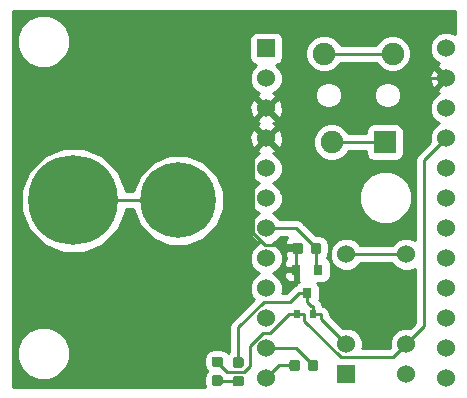
<source format=gbr>
G04 #@! TF.GenerationSoftware,KiCad,Pcbnew,5.0.1-33cea8e~66~ubuntu18.04.1*
G04 #@! TF.CreationDate,2018-10-18T18:40:30+09:00*
G04 #@! TF.ProjectId,touch_relay_jack,746F7563685F72656C61795F6A61636B,rev?*
G04 #@! TF.SameCoordinates,Original*
G04 #@! TF.FileFunction,Copper,L1,Top,Signal*
G04 #@! TF.FilePolarity,Positive*
%FSLAX46Y46*%
G04 Gerber Fmt 4.6, Leading zero omitted, Abs format (unit mm)*
G04 Created by KiCad (PCBNEW 5.0.1-33cea8e~66~ubuntu18.04.1) date 2018年10月18日 18時40分30秒*
%MOMM*%
%LPD*%
G01*
G04 APERTURE LIST*
G04 #@! TA.AperFunction,ComponentPad*
%ADD10R,1.524000X1.524000*%
G04 #@! TD*
G04 #@! TA.AperFunction,ComponentPad*
%ADD11C,1.524000*%
G04 #@! TD*
G04 #@! TA.AperFunction,SMDPad,CuDef*
%ADD12R,0.600000X0.700000*%
G04 #@! TD*
G04 #@! TA.AperFunction,Conductor*
%ADD13C,0.100000*%
G04 #@! TD*
G04 #@! TA.AperFunction,SMDPad,CuDef*
%ADD14C,0.875000*%
G04 #@! TD*
G04 #@! TA.AperFunction,ComponentPad*
%ADD15C,7.600000*%
G04 #@! TD*
G04 #@! TA.AperFunction,ComponentPad*
%ADD16C,1.900000*%
G04 #@! TD*
G04 #@! TA.AperFunction,ComponentPad*
%ADD17R,1.900000X1.900000*%
G04 #@! TD*
G04 #@! TA.AperFunction,SMDPad,CuDef*
%ADD18R,0.800000X0.900000*%
G04 #@! TD*
G04 #@! TA.AperFunction,ComponentPad*
%ADD19C,6.400000*%
G04 #@! TD*
G04 #@! TA.AperFunction,Conductor*
%ADD20C,0.250000*%
G04 #@! TD*
G04 #@! TA.AperFunction,Conductor*
%ADD21C,0.254000*%
G04 #@! TD*
G04 APERTURE END LIST*
D10*
G04 #@! TO.P,A1,1*
G04 #@! TO.N,Net-(A1-Pad1)*
X105231000Y-88721000D03*
D11*
G04 #@! TO.P,A1,2*
G04 #@! TO.N,Net-(A1-Pad2)*
X105231000Y-91261000D03*
G04 #@! TO.P,A1,3*
G04 #@! TO.N,GND*
X105231000Y-93801000D03*
G04 #@! TO.P,A1,4*
X105231000Y-96341000D03*
G04 #@! TO.P,A1,5*
G04 #@! TO.N,Net-(A1-Pad5)*
X105231000Y-98881000D03*
G04 #@! TO.P,A1,6*
G04 #@! TO.N,Net-(A1-Pad6)*
X105231000Y-101421000D03*
G04 #@! TO.P,A1,7*
G04 #@! TO.N,Relay*
X105231000Y-103961000D03*
G04 #@! TO.P,A1,8*
G04 #@! TO.N,Net-(A1-Pad8)*
X105231000Y-106501000D03*
G04 #@! TO.P,A1,9*
G04 #@! TO.N,Net-(A1-Pad9)*
X105231000Y-109041000D03*
G04 #@! TO.P,A1,10*
G04 #@! TO.N,Net-(A1-Pad10)*
X105231000Y-111581000D03*
G04 #@! TO.P,A1,11*
G04 #@! TO.N,Net-(A1-Pad11)*
X105231000Y-114121000D03*
G04 #@! TO.P,A1,12*
G04 #@! TO.N,Net-(A1-Pad12)*
X105231000Y-116661000D03*
G04 #@! TO.P,A1,13*
G04 #@! TO.N,Net-(A1-Pad13)*
X120471000Y-116661000D03*
G04 #@! TO.P,A1,14*
G04 #@! TO.N,Net-(A1-Pad14)*
X120471000Y-114121000D03*
G04 #@! TO.P,A1,15*
G04 #@! TO.N,Net-(A1-Pad15)*
X120471000Y-111581000D03*
G04 #@! TO.P,A1,16*
G04 #@! TO.N,Net-(A1-Pad16)*
X120471000Y-109041000D03*
G04 #@! TO.P,A1,17*
G04 #@! TO.N,Net-(A1-Pad17)*
X120471000Y-106501000D03*
G04 #@! TO.P,A1,18*
G04 #@! TO.N,Net-(A1-Pad18)*
X120471000Y-103961000D03*
G04 #@! TO.P,A1,19*
G04 #@! TO.N,Net-(A1-Pad19)*
X120471000Y-101421000D03*
G04 #@! TO.P,A1,20*
G04 #@! TO.N,Net-(A1-Pad20)*
X120471000Y-98881000D03*
G04 #@! TO.P,A1,21*
G04 #@! TO.N,+5V*
X120471000Y-96341000D03*
G04 #@! TO.P,A1,22*
G04 #@! TO.N,Net-(A1-Pad22)*
X120471000Y-93801000D03*
G04 #@! TO.P,A1,23*
G04 #@! TO.N,GND*
X120471000Y-91261000D03*
G04 #@! TO.P,A1,24*
G04 #@! TO.N,Net-(A1-Pad24)*
X120471000Y-88721000D03*
G04 #@! TD*
D12*
G04 #@! TO.P,D1,2*
G04 #@! TO.N,Net-(D1-Pad2)*
X109220000Y-111252000D03*
G04 #@! TO.P,D1,1*
G04 #@! TO.N,+5V*
X107820000Y-111252000D03*
G04 #@! TD*
D13*
G04 #@! TO.N,Net-(D2-Pad1)*
G04 #@! TO.C,D2*
G36*
X101369691Y-116403053D02*
X101390926Y-116406203D01*
X101411750Y-116411419D01*
X101431962Y-116418651D01*
X101451368Y-116427830D01*
X101469781Y-116438866D01*
X101487024Y-116451654D01*
X101502930Y-116466070D01*
X101517346Y-116481976D01*
X101530134Y-116499219D01*
X101541170Y-116517632D01*
X101550349Y-116537038D01*
X101557581Y-116557250D01*
X101562797Y-116578074D01*
X101565947Y-116599309D01*
X101567000Y-116620750D01*
X101567000Y-117058250D01*
X101565947Y-117079691D01*
X101562797Y-117100926D01*
X101557581Y-117121750D01*
X101550349Y-117141962D01*
X101541170Y-117161368D01*
X101530134Y-117179781D01*
X101517346Y-117197024D01*
X101502930Y-117212930D01*
X101487024Y-117227346D01*
X101469781Y-117240134D01*
X101451368Y-117251170D01*
X101431962Y-117260349D01*
X101411750Y-117267581D01*
X101390926Y-117272797D01*
X101369691Y-117275947D01*
X101348250Y-117277000D01*
X100835750Y-117277000D01*
X100814309Y-117275947D01*
X100793074Y-117272797D01*
X100772250Y-117267581D01*
X100752038Y-117260349D01*
X100732632Y-117251170D01*
X100714219Y-117240134D01*
X100696976Y-117227346D01*
X100681070Y-117212930D01*
X100666654Y-117197024D01*
X100653866Y-117179781D01*
X100642830Y-117161368D01*
X100633651Y-117141962D01*
X100626419Y-117121750D01*
X100621203Y-117100926D01*
X100618053Y-117079691D01*
X100617000Y-117058250D01*
X100617000Y-116620750D01*
X100618053Y-116599309D01*
X100621203Y-116578074D01*
X100626419Y-116557250D01*
X100633651Y-116537038D01*
X100642830Y-116517632D01*
X100653866Y-116499219D01*
X100666654Y-116481976D01*
X100681070Y-116466070D01*
X100696976Y-116451654D01*
X100714219Y-116438866D01*
X100732632Y-116427830D01*
X100752038Y-116418651D01*
X100772250Y-116411419D01*
X100793074Y-116406203D01*
X100814309Y-116403053D01*
X100835750Y-116402000D01*
X101348250Y-116402000D01*
X101369691Y-116403053D01*
X101369691Y-116403053D01*
G37*
D14*
G04 #@! TD*
G04 #@! TO.P,D2,1*
G04 #@! TO.N,Net-(D2-Pad1)*
X101092000Y-116839500D03*
D13*
G04 #@! TO.N,+5V*
G04 #@! TO.C,D2*
G36*
X101369691Y-114828053D02*
X101390926Y-114831203D01*
X101411750Y-114836419D01*
X101431962Y-114843651D01*
X101451368Y-114852830D01*
X101469781Y-114863866D01*
X101487024Y-114876654D01*
X101502930Y-114891070D01*
X101517346Y-114906976D01*
X101530134Y-114924219D01*
X101541170Y-114942632D01*
X101550349Y-114962038D01*
X101557581Y-114982250D01*
X101562797Y-115003074D01*
X101565947Y-115024309D01*
X101567000Y-115045750D01*
X101567000Y-115483250D01*
X101565947Y-115504691D01*
X101562797Y-115525926D01*
X101557581Y-115546750D01*
X101550349Y-115566962D01*
X101541170Y-115586368D01*
X101530134Y-115604781D01*
X101517346Y-115622024D01*
X101502930Y-115637930D01*
X101487024Y-115652346D01*
X101469781Y-115665134D01*
X101451368Y-115676170D01*
X101431962Y-115685349D01*
X101411750Y-115692581D01*
X101390926Y-115697797D01*
X101369691Y-115700947D01*
X101348250Y-115702000D01*
X100835750Y-115702000D01*
X100814309Y-115700947D01*
X100793074Y-115697797D01*
X100772250Y-115692581D01*
X100752038Y-115685349D01*
X100732632Y-115676170D01*
X100714219Y-115665134D01*
X100696976Y-115652346D01*
X100681070Y-115637930D01*
X100666654Y-115622024D01*
X100653866Y-115604781D01*
X100642830Y-115586368D01*
X100633651Y-115566962D01*
X100626419Y-115546750D01*
X100621203Y-115525926D01*
X100618053Y-115504691D01*
X100617000Y-115483250D01*
X100617000Y-115045750D01*
X100618053Y-115024309D01*
X100621203Y-115003074D01*
X100626419Y-114982250D01*
X100633651Y-114962038D01*
X100642830Y-114942632D01*
X100653866Y-114924219D01*
X100666654Y-114906976D01*
X100681070Y-114891070D01*
X100696976Y-114876654D01*
X100714219Y-114863866D01*
X100732632Y-114852830D01*
X100752038Y-114843651D01*
X100772250Y-114836419D01*
X100793074Y-114831203D01*
X100814309Y-114828053D01*
X100835750Y-114827000D01*
X101348250Y-114827000D01*
X101369691Y-114828053D01*
X101369691Y-114828053D01*
G37*
D14*
G04 #@! TD*
G04 #@! TO.P,D2,2*
G04 #@! TO.N,+5V*
X101092000Y-115264500D03*
D15*
G04 #@! TO.P,H1,1*
G04 #@! TO.N,Net-(A1-Pad11)*
X88900000Y-101600000D03*
G04 #@! TD*
D16*
G04 #@! TO.P,J1,T*
G04 #@! TO.N,Net-(J1-PadT)*
X115930000Y-89170000D03*
X110130000Y-89170000D03*
D17*
G04 #@! TO.P,J1,R*
G04 #@! TO.N,Net-(J1-PadR)*
X115280000Y-96670000D03*
D16*
G04 #@! TO.P,J1,S*
X110780000Y-96670000D03*
G04 #@! TD*
D10*
G04 #@! TO.P,K1,1*
G04 #@! TO.N,Net-(J1-PadT)*
X112014000Y-116332000D03*
D11*
G04 #@! TO.P,K1,2*
G04 #@! TO.N,Net-(K1-Pad2)*
X117094000Y-116332000D03*
G04 #@! TO.P,K1,3*
G04 #@! TO.N,Net-(D1-Pad2)*
X112014000Y-113792000D03*
G04 #@! TO.P,K1,4*
G04 #@! TO.N,+5V*
X117094000Y-113792000D03*
G04 #@! TO.P,K1,5*
G04 #@! TO.N,Net-(J1-PadR)*
X112014000Y-106172000D03*
G04 #@! TO.P,K1,6*
X117094000Y-106172000D03*
G04 #@! TD*
D18*
G04 #@! TO.P,Q1,1*
G04 #@! TO.N,Relay*
X109662000Y-107458000D03*
G04 #@! TO.P,Q1,2*
G04 #@! TO.N,GND*
X107762000Y-107458000D03*
G04 #@! TO.P,Q1,3*
G04 #@! TO.N,Net-(D1-Pad2)*
X108712000Y-109458000D03*
G04 #@! TD*
D13*
G04 #@! TO.N,Net-(D1-Pad2)*
G04 #@! TO.C,R1*
G36*
X103147691Y-114880053D02*
X103168926Y-114883203D01*
X103189750Y-114888419D01*
X103209962Y-114895651D01*
X103229368Y-114904830D01*
X103247781Y-114915866D01*
X103265024Y-114928654D01*
X103280930Y-114943070D01*
X103295346Y-114958976D01*
X103308134Y-114976219D01*
X103319170Y-114994632D01*
X103328349Y-115014038D01*
X103335581Y-115034250D01*
X103340797Y-115055074D01*
X103343947Y-115076309D01*
X103345000Y-115097750D01*
X103345000Y-115535250D01*
X103343947Y-115556691D01*
X103340797Y-115577926D01*
X103335581Y-115598750D01*
X103328349Y-115618962D01*
X103319170Y-115638368D01*
X103308134Y-115656781D01*
X103295346Y-115674024D01*
X103280930Y-115689930D01*
X103265024Y-115704346D01*
X103247781Y-115717134D01*
X103229368Y-115728170D01*
X103209962Y-115737349D01*
X103189750Y-115744581D01*
X103168926Y-115749797D01*
X103147691Y-115752947D01*
X103126250Y-115754000D01*
X102613750Y-115754000D01*
X102592309Y-115752947D01*
X102571074Y-115749797D01*
X102550250Y-115744581D01*
X102530038Y-115737349D01*
X102510632Y-115728170D01*
X102492219Y-115717134D01*
X102474976Y-115704346D01*
X102459070Y-115689930D01*
X102444654Y-115674024D01*
X102431866Y-115656781D01*
X102420830Y-115638368D01*
X102411651Y-115618962D01*
X102404419Y-115598750D01*
X102399203Y-115577926D01*
X102396053Y-115556691D01*
X102395000Y-115535250D01*
X102395000Y-115097750D01*
X102396053Y-115076309D01*
X102399203Y-115055074D01*
X102404419Y-115034250D01*
X102411651Y-115014038D01*
X102420830Y-114994632D01*
X102431866Y-114976219D01*
X102444654Y-114958976D01*
X102459070Y-114943070D01*
X102474976Y-114928654D01*
X102492219Y-114915866D01*
X102510632Y-114904830D01*
X102530038Y-114895651D01*
X102550250Y-114888419D01*
X102571074Y-114883203D01*
X102592309Y-114880053D01*
X102613750Y-114879000D01*
X103126250Y-114879000D01*
X103147691Y-114880053D01*
X103147691Y-114880053D01*
G37*
D14*
G04 #@! TD*
G04 #@! TO.P,R1,1*
G04 #@! TO.N,Net-(D1-Pad2)*
X102870000Y-115316500D03*
D13*
G04 #@! TO.N,Net-(D2-Pad1)*
G04 #@! TO.C,R1*
G36*
X103147691Y-116455053D02*
X103168926Y-116458203D01*
X103189750Y-116463419D01*
X103209962Y-116470651D01*
X103229368Y-116479830D01*
X103247781Y-116490866D01*
X103265024Y-116503654D01*
X103280930Y-116518070D01*
X103295346Y-116533976D01*
X103308134Y-116551219D01*
X103319170Y-116569632D01*
X103328349Y-116589038D01*
X103335581Y-116609250D01*
X103340797Y-116630074D01*
X103343947Y-116651309D01*
X103345000Y-116672750D01*
X103345000Y-117110250D01*
X103343947Y-117131691D01*
X103340797Y-117152926D01*
X103335581Y-117173750D01*
X103328349Y-117193962D01*
X103319170Y-117213368D01*
X103308134Y-117231781D01*
X103295346Y-117249024D01*
X103280930Y-117264930D01*
X103265024Y-117279346D01*
X103247781Y-117292134D01*
X103229368Y-117303170D01*
X103209962Y-117312349D01*
X103189750Y-117319581D01*
X103168926Y-117324797D01*
X103147691Y-117327947D01*
X103126250Y-117329000D01*
X102613750Y-117329000D01*
X102592309Y-117327947D01*
X102571074Y-117324797D01*
X102550250Y-117319581D01*
X102530038Y-117312349D01*
X102510632Y-117303170D01*
X102492219Y-117292134D01*
X102474976Y-117279346D01*
X102459070Y-117264930D01*
X102444654Y-117249024D01*
X102431866Y-117231781D01*
X102420830Y-117213368D01*
X102411651Y-117193962D01*
X102404419Y-117173750D01*
X102399203Y-117152926D01*
X102396053Y-117131691D01*
X102395000Y-117110250D01*
X102395000Y-116672750D01*
X102396053Y-116651309D01*
X102399203Y-116630074D01*
X102404419Y-116609250D01*
X102411651Y-116589038D01*
X102420830Y-116569632D01*
X102431866Y-116551219D01*
X102444654Y-116533976D01*
X102459070Y-116518070D01*
X102474976Y-116503654D01*
X102492219Y-116490866D01*
X102510632Y-116479830D01*
X102530038Y-116470651D01*
X102550250Y-116463419D01*
X102571074Y-116458203D01*
X102592309Y-116455053D01*
X102613750Y-116454000D01*
X103126250Y-116454000D01*
X103147691Y-116455053D01*
X103147691Y-116455053D01*
G37*
D14*
G04 #@! TD*
G04 #@! TO.P,R1,2*
G04 #@! TO.N,Net-(D2-Pad1)*
X102870000Y-116891500D03*
D13*
G04 #@! TO.N,Relay*
G04 #@! TO.C,R2*
G36*
X109713691Y-105190053D02*
X109734926Y-105193203D01*
X109755750Y-105198419D01*
X109775962Y-105205651D01*
X109795368Y-105214830D01*
X109813781Y-105225866D01*
X109831024Y-105238654D01*
X109846930Y-105253070D01*
X109861346Y-105268976D01*
X109874134Y-105286219D01*
X109885170Y-105304632D01*
X109894349Y-105324038D01*
X109901581Y-105344250D01*
X109906797Y-105365074D01*
X109909947Y-105386309D01*
X109911000Y-105407750D01*
X109911000Y-105920250D01*
X109909947Y-105941691D01*
X109906797Y-105962926D01*
X109901581Y-105983750D01*
X109894349Y-106003962D01*
X109885170Y-106023368D01*
X109874134Y-106041781D01*
X109861346Y-106059024D01*
X109846930Y-106074930D01*
X109831024Y-106089346D01*
X109813781Y-106102134D01*
X109795368Y-106113170D01*
X109775962Y-106122349D01*
X109755750Y-106129581D01*
X109734926Y-106134797D01*
X109713691Y-106137947D01*
X109692250Y-106139000D01*
X109254750Y-106139000D01*
X109233309Y-106137947D01*
X109212074Y-106134797D01*
X109191250Y-106129581D01*
X109171038Y-106122349D01*
X109151632Y-106113170D01*
X109133219Y-106102134D01*
X109115976Y-106089346D01*
X109100070Y-106074930D01*
X109085654Y-106059024D01*
X109072866Y-106041781D01*
X109061830Y-106023368D01*
X109052651Y-106003962D01*
X109045419Y-105983750D01*
X109040203Y-105962926D01*
X109037053Y-105941691D01*
X109036000Y-105920250D01*
X109036000Y-105407750D01*
X109037053Y-105386309D01*
X109040203Y-105365074D01*
X109045419Y-105344250D01*
X109052651Y-105324038D01*
X109061830Y-105304632D01*
X109072866Y-105286219D01*
X109085654Y-105268976D01*
X109100070Y-105253070D01*
X109115976Y-105238654D01*
X109133219Y-105225866D01*
X109151632Y-105214830D01*
X109171038Y-105205651D01*
X109191250Y-105198419D01*
X109212074Y-105193203D01*
X109233309Y-105190053D01*
X109254750Y-105189000D01*
X109692250Y-105189000D01*
X109713691Y-105190053D01*
X109713691Y-105190053D01*
G37*
D14*
G04 #@! TD*
G04 #@! TO.P,R2,2*
G04 #@! TO.N,Relay*
X109473500Y-105664000D03*
D13*
G04 #@! TO.N,GND*
G04 #@! TO.C,R2*
G36*
X108138691Y-105190053D02*
X108159926Y-105193203D01*
X108180750Y-105198419D01*
X108200962Y-105205651D01*
X108220368Y-105214830D01*
X108238781Y-105225866D01*
X108256024Y-105238654D01*
X108271930Y-105253070D01*
X108286346Y-105268976D01*
X108299134Y-105286219D01*
X108310170Y-105304632D01*
X108319349Y-105324038D01*
X108326581Y-105344250D01*
X108331797Y-105365074D01*
X108334947Y-105386309D01*
X108336000Y-105407750D01*
X108336000Y-105920250D01*
X108334947Y-105941691D01*
X108331797Y-105962926D01*
X108326581Y-105983750D01*
X108319349Y-106003962D01*
X108310170Y-106023368D01*
X108299134Y-106041781D01*
X108286346Y-106059024D01*
X108271930Y-106074930D01*
X108256024Y-106089346D01*
X108238781Y-106102134D01*
X108220368Y-106113170D01*
X108200962Y-106122349D01*
X108180750Y-106129581D01*
X108159926Y-106134797D01*
X108138691Y-106137947D01*
X108117250Y-106139000D01*
X107679750Y-106139000D01*
X107658309Y-106137947D01*
X107637074Y-106134797D01*
X107616250Y-106129581D01*
X107596038Y-106122349D01*
X107576632Y-106113170D01*
X107558219Y-106102134D01*
X107540976Y-106089346D01*
X107525070Y-106074930D01*
X107510654Y-106059024D01*
X107497866Y-106041781D01*
X107486830Y-106023368D01*
X107477651Y-106003962D01*
X107470419Y-105983750D01*
X107465203Y-105962926D01*
X107462053Y-105941691D01*
X107461000Y-105920250D01*
X107461000Y-105407750D01*
X107462053Y-105386309D01*
X107465203Y-105365074D01*
X107470419Y-105344250D01*
X107477651Y-105324038D01*
X107486830Y-105304632D01*
X107497866Y-105286219D01*
X107510654Y-105268976D01*
X107525070Y-105253070D01*
X107540976Y-105238654D01*
X107558219Y-105225866D01*
X107576632Y-105214830D01*
X107596038Y-105205651D01*
X107616250Y-105198419D01*
X107637074Y-105193203D01*
X107658309Y-105190053D01*
X107679750Y-105189000D01*
X108117250Y-105189000D01*
X108138691Y-105190053D01*
X108138691Y-105190053D01*
G37*
D14*
G04 #@! TD*
G04 #@! TO.P,R2,1*
G04 #@! TO.N,GND*
X107898500Y-105664000D03*
D13*
G04 #@! TO.N,Net-(A1-Pad11)*
G04 #@! TO.C,R3*
G36*
X109459691Y-115096053D02*
X109480926Y-115099203D01*
X109501750Y-115104419D01*
X109521962Y-115111651D01*
X109541368Y-115120830D01*
X109559781Y-115131866D01*
X109577024Y-115144654D01*
X109592930Y-115159070D01*
X109607346Y-115174976D01*
X109620134Y-115192219D01*
X109631170Y-115210632D01*
X109640349Y-115230038D01*
X109647581Y-115250250D01*
X109652797Y-115271074D01*
X109655947Y-115292309D01*
X109657000Y-115313750D01*
X109657000Y-115826250D01*
X109655947Y-115847691D01*
X109652797Y-115868926D01*
X109647581Y-115889750D01*
X109640349Y-115909962D01*
X109631170Y-115929368D01*
X109620134Y-115947781D01*
X109607346Y-115965024D01*
X109592930Y-115980930D01*
X109577024Y-115995346D01*
X109559781Y-116008134D01*
X109541368Y-116019170D01*
X109521962Y-116028349D01*
X109501750Y-116035581D01*
X109480926Y-116040797D01*
X109459691Y-116043947D01*
X109438250Y-116045000D01*
X109000750Y-116045000D01*
X108979309Y-116043947D01*
X108958074Y-116040797D01*
X108937250Y-116035581D01*
X108917038Y-116028349D01*
X108897632Y-116019170D01*
X108879219Y-116008134D01*
X108861976Y-115995346D01*
X108846070Y-115980930D01*
X108831654Y-115965024D01*
X108818866Y-115947781D01*
X108807830Y-115929368D01*
X108798651Y-115909962D01*
X108791419Y-115889750D01*
X108786203Y-115868926D01*
X108783053Y-115847691D01*
X108782000Y-115826250D01*
X108782000Y-115313750D01*
X108783053Y-115292309D01*
X108786203Y-115271074D01*
X108791419Y-115250250D01*
X108798651Y-115230038D01*
X108807830Y-115210632D01*
X108818866Y-115192219D01*
X108831654Y-115174976D01*
X108846070Y-115159070D01*
X108861976Y-115144654D01*
X108879219Y-115131866D01*
X108897632Y-115120830D01*
X108917038Y-115111651D01*
X108937250Y-115104419D01*
X108958074Y-115099203D01*
X108979309Y-115096053D01*
X109000750Y-115095000D01*
X109438250Y-115095000D01*
X109459691Y-115096053D01*
X109459691Y-115096053D01*
G37*
D14*
G04 #@! TD*
G04 #@! TO.P,R3,1*
G04 #@! TO.N,Net-(A1-Pad11)*
X109219500Y-115570000D03*
D13*
G04 #@! TO.N,Net-(A1-Pad12)*
G04 #@! TO.C,R3*
G36*
X107884691Y-115096053D02*
X107905926Y-115099203D01*
X107926750Y-115104419D01*
X107946962Y-115111651D01*
X107966368Y-115120830D01*
X107984781Y-115131866D01*
X108002024Y-115144654D01*
X108017930Y-115159070D01*
X108032346Y-115174976D01*
X108045134Y-115192219D01*
X108056170Y-115210632D01*
X108065349Y-115230038D01*
X108072581Y-115250250D01*
X108077797Y-115271074D01*
X108080947Y-115292309D01*
X108082000Y-115313750D01*
X108082000Y-115826250D01*
X108080947Y-115847691D01*
X108077797Y-115868926D01*
X108072581Y-115889750D01*
X108065349Y-115909962D01*
X108056170Y-115929368D01*
X108045134Y-115947781D01*
X108032346Y-115965024D01*
X108017930Y-115980930D01*
X108002024Y-115995346D01*
X107984781Y-116008134D01*
X107966368Y-116019170D01*
X107946962Y-116028349D01*
X107926750Y-116035581D01*
X107905926Y-116040797D01*
X107884691Y-116043947D01*
X107863250Y-116045000D01*
X107425750Y-116045000D01*
X107404309Y-116043947D01*
X107383074Y-116040797D01*
X107362250Y-116035581D01*
X107342038Y-116028349D01*
X107322632Y-116019170D01*
X107304219Y-116008134D01*
X107286976Y-115995346D01*
X107271070Y-115980930D01*
X107256654Y-115965024D01*
X107243866Y-115947781D01*
X107232830Y-115929368D01*
X107223651Y-115909962D01*
X107216419Y-115889750D01*
X107211203Y-115868926D01*
X107208053Y-115847691D01*
X107207000Y-115826250D01*
X107207000Y-115313750D01*
X107208053Y-115292309D01*
X107211203Y-115271074D01*
X107216419Y-115250250D01*
X107223651Y-115230038D01*
X107232830Y-115210632D01*
X107243866Y-115192219D01*
X107256654Y-115174976D01*
X107271070Y-115159070D01*
X107286976Y-115144654D01*
X107304219Y-115131866D01*
X107322632Y-115120830D01*
X107342038Y-115111651D01*
X107362250Y-115104419D01*
X107383074Y-115099203D01*
X107404309Y-115096053D01*
X107425750Y-115095000D01*
X107863250Y-115095000D01*
X107884691Y-115096053D01*
X107884691Y-115096053D01*
G37*
D14*
G04 #@! TD*
G04 #@! TO.P,R3,2*
G04 #@! TO.N,Net-(A1-Pad12)*
X107644500Y-115570000D03*
D19*
G04 #@! TO.P,H2,1*
G04 #@! TO.N,Net-(A1-Pad11)*
X97790000Y-101600000D03*
G04 #@! TD*
D20*
G04 #@! TO.N,GND*
X107762000Y-105800500D02*
X107898500Y-105664000D01*
X107762000Y-107458000D02*
X107762000Y-105800500D01*
X107762000Y-105800500D02*
X107375100Y-105413600D01*
X107375100Y-105413600D02*
X105139600Y-105413600D01*
X105139600Y-105413600D02*
X104118700Y-104392700D01*
X104118700Y-104392700D02*
X104118700Y-97453300D01*
X104118700Y-97453300D02*
X105231000Y-96341000D01*
X120471000Y-91261000D02*
X107771000Y-91261000D01*
X107771000Y-91261000D02*
X105231000Y-93801000D01*
G04 #@! TO.N,Relay*
X109473500Y-105664000D02*
X107770500Y-103961000D01*
X107770500Y-103961000D02*
X105231000Y-103961000D01*
X109473500Y-105664000D02*
X109473500Y-107458000D01*
X109662000Y-107458000D02*
X109473500Y-107458000D01*
G04 #@! TO.N,Net-(A1-Pad11)*
X109219500Y-115570000D02*
X107770500Y-114121000D01*
X107770500Y-114121000D02*
X105231000Y-114121000D01*
X97790000Y-101600000D02*
X88900000Y-101600000D01*
G04 #@! TO.N,Net-(A1-Pad12)*
X107644500Y-115570000D02*
X106322000Y-115570000D01*
X106322000Y-115570000D02*
X105231000Y-116661000D01*
G04 #@! TO.N,+5V*
X107820000Y-111252000D02*
X107194700Y-111252000D01*
X101092000Y-115264500D02*
X101931500Y-116104000D01*
X101931500Y-116104000D02*
X103385100Y-116104000D01*
X103385100Y-116104000D02*
X103860900Y-115628200D01*
X103860900Y-115628200D02*
X103860900Y-113942900D01*
X103860900Y-113942900D02*
X104952800Y-112851000D01*
X104952800Y-112851000D02*
X105595700Y-112851000D01*
X105595700Y-112851000D02*
X107194700Y-111252000D01*
X107820000Y-111252000D02*
X108445300Y-111252000D01*
X117094000Y-113792000D02*
X115998600Y-114887400D01*
X115998600Y-114887400D02*
X111533600Y-114887400D01*
X111533600Y-114887400D02*
X108445300Y-111799100D01*
X108445300Y-111799100D02*
X108445300Y-111252000D01*
X120471000Y-96341000D02*
X118618100Y-98193900D01*
X118618100Y-98193900D02*
X118618100Y-112267900D01*
X118618100Y-112267900D02*
X117094000Y-113792000D01*
G04 #@! TO.N,Net-(D1-Pad2)*
X109220000Y-111252000D02*
X109220000Y-110576700D01*
X108712000Y-109458000D02*
X108712000Y-110233300D01*
X108712000Y-110233300D02*
X109055400Y-110576700D01*
X109055400Y-110576700D02*
X109220000Y-110576700D01*
X108691200Y-109458000D02*
X108712000Y-109458000D01*
X108691200Y-109458000D02*
X107986700Y-109458000D01*
X102870000Y-115316500D02*
X102870000Y-112345700D01*
X102870000Y-112345700D02*
X105032400Y-110183300D01*
X105032400Y-110183300D02*
X107261400Y-110183300D01*
X107261400Y-110183300D02*
X107986700Y-109458000D01*
X109220000Y-111252000D02*
X109845300Y-111252000D01*
X112014000Y-113792000D02*
X109845300Y-111623300D01*
X109845300Y-111623300D02*
X109845300Y-111252000D01*
G04 #@! TO.N,Net-(J1-PadT)*
X110130000Y-89170000D02*
X115930000Y-89170000D01*
G04 #@! TO.N,Net-(J1-PadR)*
X117094000Y-106172000D02*
X112014000Y-106172000D01*
X110780000Y-96670000D02*
X115280000Y-96670000D01*
G04 #@! TO.N,Net-(D2-Pad1)*
X102870000Y-116891500D02*
X101144000Y-116891500D01*
X101144000Y-116891500D02*
X101092000Y-116839500D01*
G04 #@! TD*
D21*
G04 #@! TO.N,GND*
G36*
X121210001Y-87515002D02*
X120748881Y-87324000D01*
X120193119Y-87324000D01*
X119679663Y-87536680D01*
X119286680Y-87929663D01*
X119074000Y-88443119D01*
X119074000Y-88998881D01*
X119286680Y-89512337D01*
X119679663Y-89905320D01*
X119870647Y-89984428D01*
X119739857Y-90038603D01*
X119670392Y-90280787D01*
X120471000Y-91081395D01*
X120485143Y-91067253D01*
X120664748Y-91246858D01*
X120650605Y-91261000D01*
X120664748Y-91275143D01*
X120485143Y-91454748D01*
X120471000Y-91440605D01*
X119670392Y-92241213D01*
X119739857Y-92483397D01*
X119880393Y-92533535D01*
X119679663Y-92616680D01*
X119286680Y-93009663D01*
X119074000Y-93523119D01*
X119074000Y-94078881D01*
X119286680Y-94592337D01*
X119679663Y-94985320D01*
X119886513Y-95071000D01*
X119679663Y-95156680D01*
X119286680Y-95549663D01*
X119074000Y-96063119D01*
X119074000Y-96618881D01*
X119086980Y-96650218D01*
X118133630Y-97603569D01*
X118070171Y-97645971D01*
X117902196Y-97897364D01*
X117858100Y-98119049D01*
X117858100Y-98119053D01*
X117843212Y-98193900D01*
X117858100Y-98268747D01*
X117858100Y-104976398D01*
X117371881Y-104775000D01*
X116816119Y-104775000D01*
X116302663Y-104987680D01*
X115909680Y-105380663D01*
X115896700Y-105412000D01*
X113211300Y-105412000D01*
X113198320Y-105380663D01*
X112805337Y-104987680D01*
X112291881Y-104775000D01*
X111736119Y-104775000D01*
X111222663Y-104987680D01*
X110829680Y-105380663D01*
X110617000Y-105894119D01*
X110617000Y-106449881D01*
X110829680Y-106963337D01*
X111222663Y-107356320D01*
X111736119Y-107569000D01*
X112291881Y-107569000D01*
X112805337Y-107356320D01*
X113198320Y-106963337D01*
X113211300Y-106932000D01*
X115896700Y-106932000D01*
X115909680Y-106963337D01*
X116302663Y-107356320D01*
X116816119Y-107569000D01*
X117371881Y-107569000D01*
X117858101Y-107367602D01*
X117858101Y-111953097D01*
X117403218Y-112407980D01*
X117371881Y-112395000D01*
X116816119Y-112395000D01*
X116302663Y-112607680D01*
X115909680Y-113000663D01*
X115697000Y-113514119D01*
X115697000Y-114069881D01*
X115709980Y-114101218D01*
X115683799Y-114127400D01*
X113387175Y-114127400D01*
X113411000Y-114069881D01*
X113411000Y-113514119D01*
X113198320Y-113000663D01*
X112805337Y-112607680D01*
X112291881Y-112395000D01*
X111736119Y-112395000D01*
X111704782Y-112407980D01*
X110608345Y-111311544D01*
X110620189Y-111252000D01*
X110561204Y-110955463D01*
X110393229Y-110704071D01*
X110141837Y-110536096D01*
X110023489Y-110512555D01*
X109977809Y-110444191D01*
X109967109Y-110437042D01*
X109935904Y-110280163D01*
X109767929Y-110028771D01*
X109739232Y-110009596D01*
X109759440Y-109908000D01*
X109759440Y-109008000D01*
X109710157Y-108760235D01*
X109573316Y-108555440D01*
X110062000Y-108555440D01*
X110309765Y-108506157D01*
X110519809Y-108365809D01*
X110660157Y-108155765D01*
X110709440Y-107908000D01*
X110709440Y-107008000D01*
X110660157Y-106760235D01*
X110519809Y-106550191D01*
X110363061Y-106445454D01*
X110492505Y-106251727D01*
X110558440Y-105920250D01*
X110558440Y-105407750D01*
X110492505Y-105076273D01*
X110304739Y-104795261D01*
X110023727Y-104607495D01*
X109692250Y-104541560D01*
X109425862Y-104541560D01*
X108360831Y-103476530D01*
X108318429Y-103413071D01*
X108067037Y-103245096D01*
X107845352Y-103201000D01*
X107845347Y-103201000D01*
X107770500Y-103186112D01*
X107695653Y-103201000D01*
X106428300Y-103201000D01*
X106415320Y-103169663D01*
X106022337Y-102776680D01*
X105815487Y-102691000D01*
X106022337Y-102605320D01*
X106415320Y-102212337D01*
X106628000Y-101698881D01*
X106628000Y-101143119D01*
X106527890Y-100901431D01*
X113081000Y-100901431D01*
X113081000Y-101790569D01*
X113421259Y-102612026D01*
X114049974Y-103240741D01*
X114871431Y-103581000D01*
X115760569Y-103581000D01*
X116582026Y-103240741D01*
X117210741Y-102612026D01*
X117551000Y-101790569D01*
X117551000Y-100901431D01*
X117210741Y-100079974D01*
X116582026Y-99451259D01*
X115760569Y-99111000D01*
X114871431Y-99111000D01*
X114049974Y-99451259D01*
X113421259Y-100079974D01*
X113081000Y-100901431D01*
X106527890Y-100901431D01*
X106415320Y-100629663D01*
X106022337Y-100236680D01*
X105815487Y-100151000D01*
X106022337Y-100065320D01*
X106415320Y-99672337D01*
X106628000Y-99158881D01*
X106628000Y-98603119D01*
X106415320Y-98089663D01*
X106022337Y-97696680D01*
X105831353Y-97617572D01*
X105962143Y-97563397D01*
X106031608Y-97321213D01*
X105231000Y-96520605D01*
X104430392Y-97321213D01*
X104499857Y-97563397D01*
X104640393Y-97613535D01*
X104439663Y-97696680D01*
X104046680Y-98089663D01*
X103834000Y-98603119D01*
X103834000Y-99158881D01*
X104046680Y-99672337D01*
X104439663Y-100065320D01*
X104646513Y-100151000D01*
X104439663Y-100236680D01*
X104046680Y-100629663D01*
X103834000Y-101143119D01*
X103834000Y-101698881D01*
X104046680Y-102212337D01*
X104439663Y-102605320D01*
X104646513Y-102691000D01*
X104439663Y-102776680D01*
X104046680Y-103169663D01*
X103834000Y-103683119D01*
X103834000Y-104238881D01*
X104046680Y-104752337D01*
X104439663Y-105145320D01*
X104646513Y-105231000D01*
X104439663Y-105316680D01*
X104046680Y-105709663D01*
X103834000Y-106223119D01*
X103834000Y-106778881D01*
X104046680Y-107292337D01*
X104439663Y-107685320D01*
X104646513Y-107771000D01*
X104439663Y-107856680D01*
X104046680Y-108249663D01*
X103834000Y-108763119D01*
X103834000Y-109318881D01*
X104046680Y-109832337D01*
X104177620Y-109963277D01*
X102385528Y-111755371D01*
X102322072Y-111797771D01*
X102279672Y-111861227D01*
X102279671Y-111861228D01*
X102154097Y-112049163D01*
X102095112Y-112345700D01*
X102110001Y-112420552D01*
X102110000Y-114412604D01*
X102001261Y-114485261D01*
X101998373Y-114489584D01*
X101960739Y-114433261D01*
X101679727Y-114245495D01*
X101348250Y-114179560D01*
X100835750Y-114179560D01*
X100504273Y-114245495D01*
X100223261Y-114433261D01*
X100035495Y-114714273D01*
X99969560Y-115045750D01*
X99969560Y-115483250D01*
X100035495Y-115814727D01*
X100194036Y-116052000D01*
X100035495Y-116289273D01*
X99969560Y-116620750D01*
X99969560Y-117058250D01*
X100035495Y-117389727D01*
X100042359Y-117400000D01*
X83768000Y-117400000D01*
X83768000Y-114109431D01*
X84125000Y-114109431D01*
X84125000Y-114998569D01*
X84465259Y-115820026D01*
X85093974Y-116448741D01*
X85915431Y-116789000D01*
X86804569Y-116789000D01*
X87626026Y-116448741D01*
X88254741Y-115820026D01*
X88595000Y-114998569D01*
X88595000Y-114109431D01*
X88254741Y-113287974D01*
X87626026Y-112659259D01*
X86804569Y-112319000D01*
X85915431Y-112319000D01*
X85093974Y-112659259D01*
X84465259Y-113287974D01*
X84125000Y-114109431D01*
X83768000Y-114109431D01*
X83768000Y-100717824D01*
X84465000Y-100717824D01*
X84465000Y-102482176D01*
X85140188Y-104112226D01*
X86387774Y-105359812D01*
X88017824Y-106035000D01*
X89782176Y-106035000D01*
X91412226Y-105359812D01*
X92659812Y-104112226D01*
X93335000Y-102482176D01*
X93335000Y-102360000D01*
X93955000Y-102360000D01*
X93955000Y-102362829D01*
X94538844Y-103772353D01*
X95617647Y-104851156D01*
X97027171Y-105435000D01*
X98552829Y-105435000D01*
X99962353Y-104851156D01*
X101041156Y-103772353D01*
X101625000Y-102362829D01*
X101625000Y-100837171D01*
X101041156Y-99427647D01*
X99962353Y-98348844D01*
X98552829Y-97765000D01*
X97027171Y-97765000D01*
X95617647Y-98348844D01*
X94538844Y-99427647D01*
X93955000Y-100837171D01*
X93955000Y-100840000D01*
X93335000Y-100840000D01*
X93335000Y-100717824D01*
X92659812Y-99087774D01*
X91412226Y-97840188D01*
X89782176Y-97165000D01*
X88017824Y-97165000D01*
X86387774Y-97840188D01*
X85140188Y-99087774D01*
X84465000Y-100717824D01*
X83768000Y-100717824D01*
X83768000Y-96133302D01*
X103821856Y-96133302D01*
X103849638Y-96688368D01*
X104008603Y-97072143D01*
X104250787Y-97141608D01*
X105051395Y-96341000D01*
X105410605Y-96341000D01*
X106211213Y-97141608D01*
X106453397Y-97072143D01*
X106640144Y-96548698D01*
X106630436Y-96354724D01*
X109195000Y-96354724D01*
X109195000Y-96985276D01*
X109436302Y-97567830D01*
X109882170Y-98013698D01*
X110464724Y-98255000D01*
X111095276Y-98255000D01*
X111677830Y-98013698D01*
X112123698Y-97567830D01*
X112180789Y-97430000D01*
X113682560Y-97430000D01*
X113682560Y-97620000D01*
X113731843Y-97867765D01*
X113872191Y-98077809D01*
X114082235Y-98218157D01*
X114330000Y-98267440D01*
X116230000Y-98267440D01*
X116477765Y-98218157D01*
X116687809Y-98077809D01*
X116828157Y-97867765D01*
X116877440Y-97620000D01*
X116877440Y-95720000D01*
X116828157Y-95472235D01*
X116687809Y-95262191D01*
X116477765Y-95121843D01*
X116230000Y-95072560D01*
X114330000Y-95072560D01*
X114082235Y-95121843D01*
X113872191Y-95262191D01*
X113731843Y-95472235D01*
X113682560Y-95720000D01*
X113682560Y-95910000D01*
X112180789Y-95910000D01*
X112123698Y-95772170D01*
X111677830Y-95326302D01*
X111095276Y-95085000D01*
X110464724Y-95085000D01*
X109882170Y-95326302D01*
X109436302Y-95772170D01*
X109195000Y-96354724D01*
X106630436Y-96354724D01*
X106612362Y-95993632D01*
X106453397Y-95609857D01*
X106211213Y-95540392D01*
X105410605Y-96341000D01*
X105051395Y-96341000D01*
X104250787Y-95540392D01*
X104008603Y-95609857D01*
X103821856Y-96133302D01*
X83768000Y-96133302D01*
X83768000Y-94781213D01*
X104430392Y-94781213D01*
X104499857Y-95023397D01*
X104623344Y-95067453D01*
X104499857Y-95118603D01*
X104430392Y-95360787D01*
X105231000Y-96161395D01*
X106031608Y-95360787D01*
X105962143Y-95118603D01*
X105838656Y-95074547D01*
X105962143Y-95023397D01*
X106031608Y-94781213D01*
X105231000Y-93980605D01*
X104430392Y-94781213D01*
X83768000Y-94781213D01*
X83768000Y-93593302D01*
X103821856Y-93593302D01*
X103849638Y-94148368D01*
X104008603Y-94532143D01*
X104250787Y-94601608D01*
X105051395Y-93801000D01*
X105410605Y-93801000D01*
X106211213Y-94601608D01*
X106453397Y-94532143D01*
X106640144Y-94008698D01*
X106612362Y-93453632D01*
X106453397Y-93069857D01*
X106211213Y-93000392D01*
X105410605Y-93801000D01*
X105051395Y-93801000D01*
X104250787Y-93000392D01*
X104008603Y-93069857D01*
X103821856Y-93593302D01*
X83768000Y-93593302D01*
X83768000Y-87693431D01*
X84125000Y-87693431D01*
X84125000Y-88582569D01*
X84465259Y-89404026D01*
X85093974Y-90032741D01*
X85915431Y-90373000D01*
X86804569Y-90373000D01*
X87626026Y-90032741D01*
X88254741Y-89404026D01*
X88595000Y-88582569D01*
X88595000Y-87959000D01*
X103821560Y-87959000D01*
X103821560Y-89483000D01*
X103870843Y-89730765D01*
X104011191Y-89940809D01*
X104221235Y-90081157D01*
X104399690Y-90116653D01*
X104046680Y-90469663D01*
X103834000Y-90983119D01*
X103834000Y-91538881D01*
X104046680Y-92052337D01*
X104439663Y-92445320D01*
X104630647Y-92524428D01*
X104499857Y-92578603D01*
X104430392Y-92820787D01*
X105231000Y-93621395D01*
X106031608Y-92820787D01*
X105962143Y-92578603D01*
X105821607Y-92528465D01*
X106022337Y-92445320D01*
X106023423Y-92444234D01*
X109395000Y-92444234D01*
X109395000Y-92895766D01*
X109567793Y-93312926D01*
X109887074Y-93632207D01*
X110304234Y-93805000D01*
X110755766Y-93805000D01*
X111172926Y-93632207D01*
X111492207Y-93312926D01*
X111665000Y-92895766D01*
X111665000Y-92444234D01*
X114395000Y-92444234D01*
X114395000Y-92895766D01*
X114567793Y-93312926D01*
X114887074Y-93632207D01*
X115304234Y-93805000D01*
X115755766Y-93805000D01*
X116172926Y-93632207D01*
X116492207Y-93312926D01*
X116665000Y-92895766D01*
X116665000Y-92444234D01*
X116492207Y-92027074D01*
X116172926Y-91707793D01*
X115755766Y-91535000D01*
X115304234Y-91535000D01*
X114887074Y-91707793D01*
X114567793Y-92027074D01*
X114395000Y-92444234D01*
X111665000Y-92444234D01*
X111492207Y-92027074D01*
X111172926Y-91707793D01*
X110755766Y-91535000D01*
X110304234Y-91535000D01*
X109887074Y-91707793D01*
X109567793Y-92027074D01*
X109395000Y-92444234D01*
X106023423Y-92444234D01*
X106415320Y-92052337D01*
X106628000Y-91538881D01*
X106628000Y-91053302D01*
X119061856Y-91053302D01*
X119089638Y-91608368D01*
X119248603Y-91992143D01*
X119490787Y-92061608D01*
X120291395Y-91261000D01*
X119490787Y-90460392D01*
X119248603Y-90529857D01*
X119061856Y-91053302D01*
X106628000Y-91053302D01*
X106628000Y-90983119D01*
X106415320Y-90469663D01*
X106062310Y-90116653D01*
X106240765Y-90081157D01*
X106450809Y-89940809D01*
X106591157Y-89730765D01*
X106640440Y-89483000D01*
X106640440Y-88854724D01*
X108545000Y-88854724D01*
X108545000Y-89485276D01*
X108786302Y-90067830D01*
X109232170Y-90513698D01*
X109814724Y-90755000D01*
X110445276Y-90755000D01*
X111027830Y-90513698D01*
X111473698Y-90067830D01*
X111530789Y-89930000D01*
X114529211Y-89930000D01*
X114586302Y-90067830D01*
X115032170Y-90513698D01*
X115614724Y-90755000D01*
X116245276Y-90755000D01*
X116827830Y-90513698D01*
X117273698Y-90067830D01*
X117515000Y-89485276D01*
X117515000Y-88854724D01*
X117273698Y-88272170D01*
X116827830Y-87826302D01*
X116245276Y-87585000D01*
X115614724Y-87585000D01*
X115032170Y-87826302D01*
X114586302Y-88272170D01*
X114529211Y-88410000D01*
X111530789Y-88410000D01*
X111473698Y-88272170D01*
X111027830Y-87826302D01*
X110445276Y-87585000D01*
X109814724Y-87585000D01*
X109232170Y-87826302D01*
X108786302Y-88272170D01*
X108545000Y-88854724D01*
X106640440Y-88854724D01*
X106640440Y-87959000D01*
X106591157Y-87711235D01*
X106450809Y-87501191D01*
X106240765Y-87360843D01*
X105993000Y-87311560D01*
X104469000Y-87311560D01*
X104221235Y-87360843D01*
X104011191Y-87501191D01*
X103870843Y-87711235D01*
X103821560Y-87959000D01*
X88595000Y-87959000D01*
X88595000Y-87693431D01*
X88254741Y-86871974D01*
X87626026Y-86243259D01*
X86804569Y-85903000D01*
X85915431Y-85903000D01*
X85093974Y-86243259D01*
X84465259Y-86871974D01*
X84125000Y-87693431D01*
X83768000Y-87693431D01*
X83768000Y-85546000D01*
X121210001Y-85546000D01*
X121210001Y-87515002D01*
X121210001Y-87515002D01*
G37*
X121210001Y-87515002D02*
X120748881Y-87324000D01*
X120193119Y-87324000D01*
X119679663Y-87536680D01*
X119286680Y-87929663D01*
X119074000Y-88443119D01*
X119074000Y-88998881D01*
X119286680Y-89512337D01*
X119679663Y-89905320D01*
X119870647Y-89984428D01*
X119739857Y-90038603D01*
X119670392Y-90280787D01*
X120471000Y-91081395D01*
X120485143Y-91067253D01*
X120664748Y-91246858D01*
X120650605Y-91261000D01*
X120664748Y-91275143D01*
X120485143Y-91454748D01*
X120471000Y-91440605D01*
X119670392Y-92241213D01*
X119739857Y-92483397D01*
X119880393Y-92533535D01*
X119679663Y-92616680D01*
X119286680Y-93009663D01*
X119074000Y-93523119D01*
X119074000Y-94078881D01*
X119286680Y-94592337D01*
X119679663Y-94985320D01*
X119886513Y-95071000D01*
X119679663Y-95156680D01*
X119286680Y-95549663D01*
X119074000Y-96063119D01*
X119074000Y-96618881D01*
X119086980Y-96650218D01*
X118133630Y-97603569D01*
X118070171Y-97645971D01*
X117902196Y-97897364D01*
X117858100Y-98119049D01*
X117858100Y-98119053D01*
X117843212Y-98193900D01*
X117858100Y-98268747D01*
X117858100Y-104976398D01*
X117371881Y-104775000D01*
X116816119Y-104775000D01*
X116302663Y-104987680D01*
X115909680Y-105380663D01*
X115896700Y-105412000D01*
X113211300Y-105412000D01*
X113198320Y-105380663D01*
X112805337Y-104987680D01*
X112291881Y-104775000D01*
X111736119Y-104775000D01*
X111222663Y-104987680D01*
X110829680Y-105380663D01*
X110617000Y-105894119D01*
X110617000Y-106449881D01*
X110829680Y-106963337D01*
X111222663Y-107356320D01*
X111736119Y-107569000D01*
X112291881Y-107569000D01*
X112805337Y-107356320D01*
X113198320Y-106963337D01*
X113211300Y-106932000D01*
X115896700Y-106932000D01*
X115909680Y-106963337D01*
X116302663Y-107356320D01*
X116816119Y-107569000D01*
X117371881Y-107569000D01*
X117858101Y-107367602D01*
X117858101Y-111953097D01*
X117403218Y-112407980D01*
X117371881Y-112395000D01*
X116816119Y-112395000D01*
X116302663Y-112607680D01*
X115909680Y-113000663D01*
X115697000Y-113514119D01*
X115697000Y-114069881D01*
X115709980Y-114101218D01*
X115683799Y-114127400D01*
X113387175Y-114127400D01*
X113411000Y-114069881D01*
X113411000Y-113514119D01*
X113198320Y-113000663D01*
X112805337Y-112607680D01*
X112291881Y-112395000D01*
X111736119Y-112395000D01*
X111704782Y-112407980D01*
X110608345Y-111311544D01*
X110620189Y-111252000D01*
X110561204Y-110955463D01*
X110393229Y-110704071D01*
X110141837Y-110536096D01*
X110023489Y-110512555D01*
X109977809Y-110444191D01*
X109967109Y-110437042D01*
X109935904Y-110280163D01*
X109767929Y-110028771D01*
X109739232Y-110009596D01*
X109759440Y-109908000D01*
X109759440Y-109008000D01*
X109710157Y-108760235D01*
X109573316Y-108555440D01*
X110062000Y-108555440D01*
X110309765Y-108506157D01*
X110519809Y-108365809D01*
X110660157Y-108155765D01*
X110709440Y-107908000D01*
X110709440Y-107008000D01*
X110660157Y-106760235D01*
X110519809Y-106550191D01*
X110363061Y-106445454D01*
X110492505Y-106251727D01*
X110558440Y-105920250D01*
X110558440Y-105407750D01*
X110492505Y-105076273D01*
X110304739Y-104795261D01*
X110023727Y-104607495D01*
X109692250Y-104541560D01*
X109425862Y-104541560D01*
X108360831Y-103476530D01*
X108318429Y-103413071D01*
X108067037Y-103245096D01*
X107845352Y-103201000D01*
X107845347Y-103201000D01*
X107770500Y-103186112D01*
X107695653Y-103201000D01*
X106428300Y-103201000D01*
X106415320Y-103169663D01*
X106022337Y-102776680D01*
X105815487Y-102691000D01*
X106022337Y-102605320D01*
X106415320Y-102212337D01*
X106628000Y-101698881D01*
X106628000Y-101143119D01*
X106527890Y-100901431D01*
X113081000Y-100901431D01*
X113081000Y-101790569D01*
X113421259Y-102612026D01*
X114049974Y-103240741D01*
X114871431Y-103581000D01*
X115760569Y-103581000D01*
X116582026Y-103240741D01*
X117210741Y-102612026D01*
X117551000Y-101790569D01*
X117551000Y-100901431D01*
X117210741Y-100079974D01*
X116582026Y-99451259D01*
X115760569Y-99111000D01*
X114871431Y-99111000D01*
X114049974Y-99451259D01*
X113421259Y-100079974D01*
X113081000Y-100901431D01*
X106527890Y-100901431D01*
X106415320Y-100629663D01*
X106022337Y-100236680D01*
X105815487Y-100151000D01*
X106022337Y-100065320D01*
X106415320Y-99672337D01*
X106628000Y-99158881D01*
X106628000Y-98603119D01*
X106415320Y-98089663D01*
X106022337Y-97696680D01*
X105831353Y-97617572D01*
X105962143Y-97563397D01*
X106031608Y-97321213D01*
X105231000Y-96520605D01*
X104430392Y-97321213D01*
X104499857Y-97563397D01*
X104640393Y-97613535D01*
X104439663Y-97696680D01*
X104046680Y-98089663D01*
X103834000Y-98603119D01*
X103834000Y-99158881D01*
X104046680Y-99672337D01*
X104439663Y-100065320D01*
X104646513Y-100151000D01*
X104439663Y-100236680D01*
X104046680Y-100629663D01*
X103834000Y-101143119D01*
X103834000Y-101698881D01*
X104046680Y-102212337D01*
X104439663Y-102605320D01*
X104646513Y-102691000D01*
X104439663Y-102776680D01*
X104046680Y-103169663D01*
X103834000Y-103683119D01*
X103834000Y-104238881D01*
X104046680Y-104752337D01*
X104439663Y-105145320D01*
X104646513Y-105231000D01*
X104439663Y-105316680D01*
X104046680Y-105709663D01*
X103834000Y-106223119D01*
X103834000Y-106778881D01*
X104046680Y-107292337D01*
X104439663Y-107685320D01*
X104646513Y-107771000D01*
X104439663Y-107856680D01*
X104046680Y-108249663D01*
X103834000Y-108763119D01*
X103834000Y-109318881D01*
X104046680Y-109832337D01*
X104177620Y-109963277D01*
X102385528Y-111755371D01*
X102322072Y-111797771D01*
X102279672Y-111861227D01*
X102279671Y-111861228D01*
X102154097Y-112049163D01*
X102095112Y-112345700D01*
X102110001Y-112420552D01*
X102110000Y-114412604D01*
X102001261Y-114485261D01*
X101998373Y-114489584D01*
X101960739Y-114433261D01*
X101679727Y-114245495D01*
X101348250Y-114179560D01*
X100835750Y-114179560D01*
X100504273Y-114245495D01*
X100223261Y-114433261D01*
X100035495Y-114714273D01*
X99969560Y-115045750D01*
X99969560Y-115483250D01*
X100035495Y-115814727D01*
X100194036Y-116052000D01*
X100035495Y-116289273D01*
X99969560Y-116620750D01*
X99969560Y-117058250D01*
X100035495Y-117389727D01*
X100042359Y-117400000D01*
X83768000Y-117400000D01*
X83768000Y-114109431D01*
X84125000Y-114109431D01*
X84125000Y-114998569D01*
X84465259Y-115820026D01*
X85093974Y-116448741D01*
X85915431Y-116789000D01*
X86804569Y-116789000D01*
X87626026Y-116448741D01*
X88254741Y-115820026D01*
X88595000Y-114998569D01*
X88595000Y-114109431D01*
X88254741Y-113287974D01*
X87626026Y-112659259D01*
X86804569Y-112319000D01*
X85915431Y-112319000D01*
X85093974Y-112659259D01*
X84465259Y-113287974D01*
X84125000Y-114109431D01*
X83768000Y-114109431D01*
X83768000Y-100717824D01*
X84465000Y-100717824D01*
X84465000Y-102482176D01*
X85140188Y-104112226D01*
X86387774Y-105359812D01*
X88017824Y-106035000D01*
X89782176Y-106035000D01*
X91412226Y-105359812D01*
X92659812Y-104112226D01*
X93335000Y-102482176D01*
X93335000Y-102360000D01*
X93955000Y-102360000D01*
X93955000Y-102362829D01*
X94538844Y-103772353D01*
X95617647Y-104851156D01*
X97027171Y-105435000D01*
X98552829Y-105435000D01*
X99962353Y-104851156D01*
X101041156Y-103772353D01*
X101625000Y-102362829D01*
X101625000Y-100837171D01*
X101041156Y-99427647D01*
X99962353Y-98348844D01*
X98552829Y-97765000D01*
X97027171Y-97765000D01*
X95617647Y-98348844D01*
X94538844Y-99427647D01*
X93955000Y-100837171D01*
X93955000Y-100840000D01*
X93335000Y-100840000D01*
X93335000Y-100717824D01*
X92659812Y-99087774D01*
X91412226Y-97840188D01*
X89782176Y-97165000D01*
X88017824Y-97165000D01*
X86387774Y-97840188D01*
X85140188Y-99087774D01*
X84465000Y-100717824D01*
X83768000Y-100717824D01*
X83768000Y-96133302D01*
X103821856Y-96133302D01*
X103849638Y-96688368D01*
X104008603Y-97072143D01*
X104250787Y-97141608D01*
X105051395Y-96341000D01*
X105410605Y-96341000D01*
X106211213Y-97141608D01*
X106453397Y-97072143D01*
X106640144Y-96548698D01*
X106630436Y-96354724D01*
X109195000Y-96354724D01*
X109195000Y-96985276D01*
X109436302Y-97567830D01*
X109882170Y-98013698D01*
X110464724Y-98255000D01*
X111095276Y-98255000D01*
X111677830Y-98013698D01*
X112123698Y-97567830D01*
X112180789Y-97430000D01*
X113682560Y-97430000D01*
X113682560Y-97620000D01*
X113731843Y-97867765D01*
X113872191Y-98077809D01*
X114082235Y-98218157D01*
X114330000Y-98267440D01*
X116230000Y-98267440D01*
X116477765Y-98218157D01*
X116687809Y-98077809D01*
X116828157Y-97867765D01*
X116877440Y-97620000D01*
X116877440Y-95720000D01*
X116828157Y-95472235D01*
X116687809Y-95262191D01*
X116477765Y-95121843D01*
X116230000Y-95072560D01*
X114330000Y-95072560D01*
X114082235Y-95121843D01*
X113872191Y-95262191D01*
X113731843Y-95472235D01*
X113682560Y-95720000D01*
X113682560Y-95910000D01*
X112180789Y-95910000D01*
X112123698Y-95772170D01*
X111677830Y-95326302D01*
X111095276Y-95085000D01*
X110464724Y-95085000D01*
X109882170Y-95326302D01*
X109436302Y-95772170D01*
X109195000Y-96354724D01*
X106630436Y-96354724D01*
X106612362Y-95993632D01*
X106453397Y-95609857D01*
X106211213Y-95540392D01*
X105410605Y-96341000D01*
X105051395Y-96341000D01*
X104250787Y-95540392D01*
X104008603Y-95609857D01*
X103821856Y-96133302D01*
X83768000Y-96133302D01*
X83768000Y-94781213D01*
X104430392Y-94781213D01*
X104499857Y-95023397D01*
X104623344Y-95067453D01*
X104499857Y-95118603D01*
X104430392Y-95360787D01*
X105231000Y-96161395D01*
X106031608Y-95360787D01*
X105962143Y-95118603D01*
X105838656Y-95074547D01*
X105962143Y-95023397D01*
X106031608Y-94781213D01*
X105231000Y-93980605D01*
X104430392Y-94781213D01*
X83768000Y-94781213D01*
X83768000Y-93593302D01*
X103821856Y-93593302D01*
X103849638Y-94148368D01*
X104008603Y-94532143D01*
X104250787Y-94601608D01*
X105051395Y-93801000D01*
X105410605Y-93801000D01*
X106211213Y-94601608D01*
X106453397Y-94532143D01*
X106640144Y-94008698D01*
X106612362Y-93453632D01*
X106453397Y-93069857D01*
X106211213Y-93000392D01*
X105410605Y-93801000D01*
X105051395Y-93801000D01*
X104250787Y-93000392D01*
X104008603Y-93069857D01*
X103821856Y-93593302D01*
X83768000Y-93593302D01*
X83768000Y-87693431D01*
X84125000Y-87693431D01*
X84125000Y-88582569D01*
X84465259Y-89404026D01*
X85093974Y-90032741D01*
X85915431Y-90373000D01*
X86804569Y-90373000D01*
X87626026Y-90032741D01*
X88254741Y-89404026D01*
X88595000Y-88582569D01*
X88595000Y-87959000D01*
X103821560Y-87959000D01*
X103821560Y-89483000D01*
X103870843Y-89730765D01*
X104011191Y-89940809D01*
X104221235Y-90081157D01*
X104399690Y-90116653D01*
X104046680Y-90469663D01*
X103834000Y-90983119D01*
X103834000Y-91538881D01*
X104046680Y-92052337D01*
X104439663Y-92445320D01*
X104630647Y-92524428D01*
X104499857Y-92578603D01*
X104430392Y-92820787D01*
X105231000Y-93621395D01*
X106031608Y-92820787D01*
X105962143Y-92578603D01*
X105821607Y-92528465D01*
X106022337Y-92445320D01*
X106023423Y-92444234D01*
X109395000Y-92444234D01*
X109395000Y-92895766D01*
X109567793Y-93312926D01*
X109887074Y-93632207D01*
X110304234Y-93805000D01*
X110755766Y-93805000D01*
X111172926Y-93632207D01*
X111492207Y-93312926D01*
X111665000Y-92895766D01*
X111665000Y-92444234D01*
X114395000Y-92444234D01*
X114395000Y-92895766D01*
X114567793Y-93312926D01*
X114887074Y-93632207D01*
X115304234Y-93805000D01*
X115755766Y-93805000D01*
X116172926Y-93632207D01*
X116492207Y-93312926D01*
X116665000Y-92895766D01*
X116665000Y-92444234D01*
X116492207Y-92027074D01*
X116172926Y-91707793D01*
X115755766Y-91535000D01*
X115304234Y-91535000D01*
X114887074Y-91707793D01*
X114567793Y-92027074D01*
X114395000Y-92444234D01*
X111665000Y-92444234D01*
X111492207Y-92027074D01*
X111172926Y-91707793D01*
X110755766Y-91535000D01*
X110304234Y-91535000D01*
X109887074Y-91707793D01*
X109567793Y-92027074D01*
X109395000Y-92444234D01*
X106023423Y-92444234D01*
X106415320Y-92052337D01*
X106628000Y-91538881D01*
X106628000Y-91053302D01*
X119061856Y-91053302D01*
X119089638Y-91608368D01*
X119248603Y-91992143D01*
X119490787Y-92061608D01*
X120291395Y-91261000D01*
X119490787Y-90460392D01*
X119248603Y-90529857D01*
X119061856Y-91053302D01*
X106628000Y-91053302D01*
X106628000Y-90983119D01*
X106415320Y-90469663D01*
X106062310Y-90116653D01*
X106240765Y-90081157D01*
X106450809Y-89940809D01*
X106591157Y-89730765D01*
X106640440Y-89483000D01*
X106640440Y-88854724D01*
X108545000Y-88854724D01*
X108545000Y-89485276D01*
X108786302Y-90067830D01*
X109232170Y-90513698D01*
X109814724Y-90755000D01*
X110445276Y-90755000D01*
X111027830Y-90513698D01*
X111473698Y-90067830D01*
X111530789Y-89930000D01*
X114529211Y-89930000D01*
X114586302Y-90067830D01*
X115032170Y-90513698D01*
X115614724Y-90755000D01*
X116245276Y-90755000D01*
X116827830Y-90513698D01*
X117273698Y-90067830D01*
X117515000Y-89485276D01*
X117515000Y-88854724D01*
X117273698Y-88272170D01*
X116827830Y-87826302D01*
X116245276Y-87585000D01*
X115614724Y-87585000D01*
X115032170Y-87826302D01*
X114586302Y-88272170D01*
X114529211Y-88410000D01*
X111530789Y-88410000D01*
X111473698Y-88272170D01*
X111027830Y-87826302D01*
X110445276Y-87585000D01*
X109814724Y-87585000D01*
X109232170Y-87826302D01*
X108786302Y-88272170D01*
X108545000Y-88854724D01*
X106640440Y-88854724D01*
X106640440Y-87959000D01*
X106591157Y-87711235D01*
X106450809Y-87501191D01*
X106240765Y-87360843D01*
X105993000Y-87311560D01*
X104469000Y-87311560D01*
X104221235Y-87360843D01*
X104011191Y-87501191D01*
X103870843Y-87711235D01*
X103821560Y-87959000D01*
X88595000Y-87959000D01*
X88595000Y-87693431D01*
X88254741Y-86871974D01*
X87626026Y-86243259D01*
X86804569Y-85903000D01*
X85915431Y-85903000D01*
X85093974Y-86243259D01*
X84465259Y-86871974D01*
X84125000Y-87693431D01*
X83768000Y-87693431D01*
X83768000Y-85546000D01*
X121210001Y-85546000D01*
X121210001Y-87515002D01*
G36*
X106922673Y-104829301D02*
X106826000Y-105062690D01*
X106826000Y-105378250D01*
X106984750Y-105537000D01*
X107771500Y-105537000D01*
X107771500Y-105517000D01*
X108025500Y-105517000D01*
X108025500Y-105537000D01*
X108045500Y-105537000D01*
X108045500Y-105791000D01*
X108025500Y-105791000D01*
X108025500Y-105811000D01*
X107771500Y-105811000D01*
X107771500Y-105791000D01*
X106984750Y-105791000D01*
X106826000Y-105949750D01*
X106826000Y-106265310D01*
X106922673Y-106498699D01*
X106947974Y-106524000D01*
X106823673Y-106648302D01*
X106727000Y-106881691D01*
X106727000Y-107172250D01*
X106885750Y-107331000D01*
X107635000Y-107331000D01*
X107635000Y-107311000D01*
X107889000Y-107311000D01*
X107889000Y-107331000D01*
X107909000Y-107331000D01*
X107909000Y-107585000D01*
X107889000Y-107585000D01*
X107889000Y-108384250D01*
X107974531Y-108469781D01*
X107854191Y-108550191D01*
X107731451Y-108733883D01*
X107690163Y-108742096D01*
X107438771Y-108910071D01*
X107396371Y-108973527D01*
X106946599Y-109423300D01*
X106584748Y-109423300D01*
X106628000Y-109318881D01*
X106628000Y-108763119D01*
X106415320Y-108249663D01*
X106022337Y-107856680D01*
X105815487Y-107771000D01*
X105881274Y-107743750D01*
X106727000Y-107743750D01*
X106727000Y-108034309D01*
X106823673Y-108267698D01*
X107002301Y-108446327D01*
X107235690Y-108543000D01*
X107476250Y-108543000D01*
X107635000Y-108384250D01*
X107635000Y-107585000D01*
X106885750Y-107585000D01*
X106727000Y-107743750D01*
X105881274Y-107743750D01*
X106022337Y-107685320D01*
X106415320Y-107292337D01*
X106628000Y-106778881D01*
X106628000Y-106223119D01*
X106415320Y-105709663D01*
X106022337Y-105316680D01*
X105815487Y-105231000D01*
X106022337Y-105145320D01*
X106415320Y-104752337D01*
X106428300Y-104721000D01*
X107030975Y-104721000D01*
X106922673Y-104829301D01*
X106922673Y-104829301D01*
G37*
X106922673Y-104829301D02*
X106826000Y-105062690D01*
X106826000Y-105378250D01*
X106984750Y-105537000D01*
X107771500Y-105537000D01*
X107771500Y-105517000D01*
X108025500Y-105517000D01*
X108025500Y-105537000D01*
X108045500Y-105537000D01*
X108045500Y-105791000D01*
X108025500Y-105791000D01*
X108025500Y-105811000D01*
X107771500Y-105811000D01*
X107771500Y-105791000D01*
X106984750Y-105791000D01*
X106826000Y-105949750D01*
X106826000Y-106265310D01*
X106922673Y-106498699D01*
X106947974Y-106524000D01*
X106823673Y-106648302D01*
X106727000Y-106881691D01*
X106727000Y-107172250D01*
X106885750Y-107331000D01*
X107635000Y-107331000D01*
X107635000Y-107311000D01*
X107889000Y-107311000D01*
X107889000Y-107331000D01*
X107909000Y-107331000D01*
X107909000Y-107585000D01*
X107889000Y-107585000D01*
X107889000Y-108384250D01*
X107974531Y-108469781D01*
X107854191Y-108550191D01*
X107731451Y-108733883D01*
X107690163Y-108742096D01*
X107438771Y-108910071D01*
X107396371Y-108973527D01*
X106946599Y-109423300D01*
X106584748Y-109423300D01*
X106628000Y-109318881D01*
X106628000Y-108763119D01*
X106415320Y-108249663D01*
X106022337Y-107856680D01*
X105815487Y-107771000D01*
X105881274Y-107743750D01*
X106727000Y-107743750D01*
X106727000Y-108034309D01*
X106823673Y-108267698D01*
X107002301Y-108446327D01*
X107235690Y-108543000D01*
X107476250Y-108543000D01*
X107635000Y-108384250D01*
X107635000Y-107585000D01*
X106885750Y-107585000D01*
X106727000Y-107743750D01*
X105881274Y-107743750D01*
X106022337Y-107685320D01*
X106415320Y-107292337D01*
X106628000Y-106778881D01*
X106628000Y-106223119D01*
X106415320Y-105709663D01*
X106022337Y-105316680D01*
X105815487Y-105231000D01*
X106022337Y-105145320D01*
X106415320Y-104752337D01*
X106428300Y-104721000D01*
X107030975Y-104721000D01*
X106922673Y-104829301D01*
G04 #@! TD*
M02*

</source>
